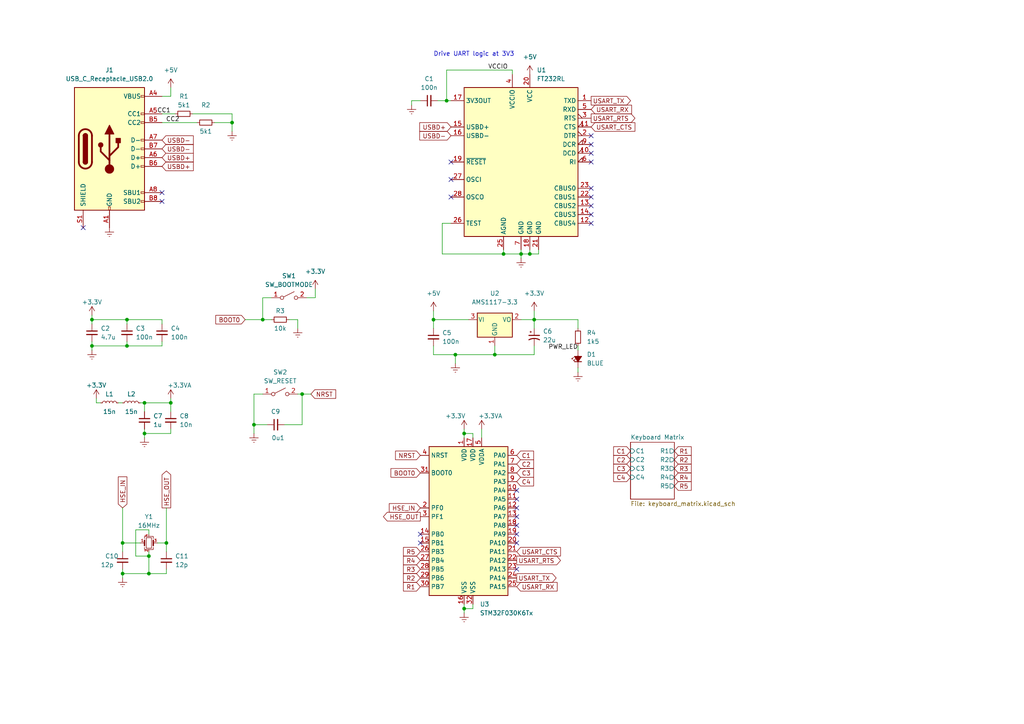
<source format=kicad_sch>
(kicad_sch (version 20211123) (generator eeschema)
  (paper "A4")
  (lib_symbols
    (symbol "Connector:USB_C_Receptacle_USB2.0" (pin_names (offset 1.016))
      (property "Reference" "J" (at -10.16 19.05 0))
      (property "Value" "USB_C_Receptacle_USB2.0" (at 19.05 19.05 0))
      (symbol "USB_C_Receptacle_USB2.0_0_0"
        (rectangle (start -0.254 -17.78) (end 0.254 -16.764))
        (rectangle (start 10.16 -14.986) (end 9.144 -15.494))
        (rectangle (start 10.16 -12.446) (end 9.144 -12.954))
        (rectangle (start 10.16 -4.826) (end 9.144 -5.334))
        (rectangle (start 10.16 -2.286) (end 9.144 -2.794))
        (rectangle (start 10.16 0.254) (end 9.144 -0.254))
        (rectangle (start 10.16 2.794) (end 9.144 2.286))
        (rectangle (start 10.16 7.874) (end 9.144 7.366))
        (rectangle (start 10.16 10.414) (end 9.144 9.906))
        (rectangle (start 10.16 15.494) (end 9.144 14.986))
      )
      (symbol "USB_C_Receptacle_USB2.0_0_1"
        (rectangle (start -10.16 17.78) (end 10.16 -17.78) (stroke (width 0.254)) (fill (type background)))
        (arc (start -8.89 -3.81) (mid -6.985 -5.715) (end -5.08 -3.81) (stroke (width 0.508)))
        (arc (start -7.62 -3.81) (mid -6.985 -4.445) (end -6.35 -3.81) (stroke (width 0.254)))
        (arc (start -7.62 -3.81) (mid -6.985 -4.445) (end -6.35 -3.81) (stroke (width 0.254)) (fill (type outline)))
        (rectangle (start -7.62 -3.81) (end -6.35 3.81) (stroke (width 0.254)) (fill (type outline)))
        (arc (start -6.35 3.81) (mid -6.985 4.445) (end -7.62 3.81) (stroke (width 0.254)))
        (arc (start -6.35 3.81) (mid -6.985 4.445) (end -7.62 3.81) (stroke (width 0.254)) (fill (type outline)))
        (arc (start -5.08 3.81) (mid -6.985 5.715) (end -8.89 3.81) (stroke (width 0.508)))
        (circle (center -2.54 1.143) (radius 0.635) (stroke (width 0.254)) (fill (type outline)))
        (circle (center 0 -5.842) (radius 1.27) (fill (type outline)))
        (polyline (pts (xy -8.89 -3.81) (xy -8.89 3.81)) (stroke (width 0.508)))
        (polyline (pts (xy -5.08 3.81) (xy -5.08 -3.81)) (stroke (width 0.508)))
        (polyline (pts (xy 0 -5.842) (xy 0 4.318)) (stroke (width 0.508)))
        (polyline (pts (xy 0 -3.302) (xy -2.54 -0.762) (xy -2.54 0.508)) (stroke (width 0.508)))
        (polyline (pts (xy 0 -2.032) (xy 2.54 0.508) (xy 2.54 1.778)) (stroke (width 0.508)))
        (polyline (pts (xy -1.27 4.318) (xy 0 6.858) (xy 1.27 4.318) (xy -1.27 4.318)) (stroke (width 0.254)) (fill (type outline)))
        (rectangle (start 1.905 1.778) (end 3.175 3.048) (stroke (width 0.254)) (fill (type outline)))
      )
      (symbol "USB_C_Receptacle_USB2.0_1_1"
        (pin passive line (at 0 -22.86 90) (length 5.08) (name "GND") (number "A1"))
        (pin passive line (at 0 -22.86 90) (length 5.08) hide (name "GND") (number "A12"))
        (pin passive line (at 15.24 15.24 180) (length 5.08) (name "VBUS") (number "A4"))
        (pin bidirectional line (at 15.24 10.16 180) (length 5.08) (name "CC1") (number "A5"))
        (pin bidirectional line (at 15.24 -2.54 180) (length 5.08) (name "D+") (number "A6"))
        (pin bidirectional line (at 15.24 2.54 180) (length 5.08) (name "D-") (number "A7"))
        (pin bidirectional line (at 15.24 -12.7 180) (length 5.08) (name "SBU1") (number "A8"))
        (pin passive line (at 15.24 15.24 180) (length 5.08) hide (name "VBUS") (number "A9"))
        (pin passive line (at 0 -22.86 90) (length 5.08) hide (name "GND") (number "B1"))
        (pin passive line (at 0 -22.86 90) (length 5.08) hide (name "GND") (number "B12"))
        (pin passive line (at 15.24 15.24 180) (length 5.08) hide (name "VBUS") (number "B4"))
        (pin bidirectional line (at 15.24 7.62 180) (length 5.08) (name "CC2") (number "B5"))
        (pin bidirectional line (at 15.24 -5.08 180) (length 5.08) (name "D+") (number "B6"))
        (pin bidirectional line (at 15.24 0 180) (length 5.08) (name "D-") (number "B7"))
        (pin bidirectional line (at 15.24 -15.24 180) (length 5.08) (name "SBU2") (number "B8"))
        (pin passive line (at 15.24 15.24 180) (length 5.08) hide (name "VBUS") (number "B9"))
        (pin passive line (at -7.62 -22.86 90) (length 5.08) (name "SHIELD") (number "S1"))
      )
    )
    (symbol "Device:C_Polarized_Small_US" (pin_numbers hide) (pin_names (offset 0.254) hide)
      (property "Reference" "C" (at 0.254 1.778 0))
      (property "Value" "C_Polarized_Small_US" (at 0.254 -2.032 0))
      (symbol "C_Polarized_Small_US_0_1"
        (polyline (pts (xy -1.524 0.508) (xy 1.524 0.508)) (stroke (width 0.3048)))
        (polyline (pts (xy -1.27 1.524) (xy -0.762 1.524)))
        (polyline (pts (xy -1.016 1.27) (xy -1.016 1.778)))
        (arc (start 1.524 -0.762) (mid 0 -0.3734) (end -1.524 -0.762) (stroke (width 0.3048)))
      )
      (symbol "C_Polarized_Small_US_1_1"
        (pin passive line (at 0 2.54 270) (length 2.032) (name "~") (number "1"))
        (pin passive line (at 0 -2.54 90) (length 2.032) (name "~") (number "2"))
      )
    )
    (symbol "Device:C_Small" (pin_numbers hide) (pin_names (offset 0.254) hide)
      (property "Reference" "C" (at 0.254 1.778 0))
      (property "Value" "C_Small" (at 0.254 -2.032 0))
      (symbol "C_Small_0_1"
        (polyline (pts (xy -1.524 -0.508) (xy 1.524 -0.508)) (stroke (width 0.3302)))
        (polyline (pts (xy -1.524 0.508) (xy 1.524 0.508)) (stroke (width 0.3048)))
      )
      (symbol "C_Small_1_1"
        (pin passive line (at 0 2.54 270) (length 2.032) (name "~") (number "1"))
        (pin passive line (at 0 -2.54 90) (length 2.032) (name "~") (number "2"))
      )
    )
    (symbol "Device:Crystal_GND24_Small" (pin_names (offset 1.016) hide)
      (property "Reference" "Y" (at 1.27 4.445 0))
      (property "Value" "Crystal_GND24_Small" (at 1.27 2.54 0))
      (symbol "Crystal_GND24_Small_0_1"
        (rectangle (start -0.762 -1.524) (end 0.762 1.524))
        (polyline (pts (xy -1.27 -0.762) (xy -1.27 0.762)) (stroke (width 0.381)))
        (polyline (pts (xy 1.27 -0.762) (xy 1.27 0.762)) (stroke (width 0.381)))
        (polyline (pts (xy -1.27 -1.27) (xy -1.27 -1.905) (xy 1.27 -1.905) (xy 1.27 -1.27)))
        (polyline (pts (xy -1.27 1.27) (xy -1.27 1.905) (xy 1.27 1.905) (xy 1.27 1.27)))
      )
      (symbol "Crystal_GND24_Small_1_1"
        (pin passive line (at -2.54 0 0) (length 1.27) (name "1") (number "1"))
        (pin passive line (at 0 -2.54 90) (length 0.635) (name "2") (number "2"))
        (pin passive line (at 2.54 0 180) (length 1.27) (name "3") (number "3"))
        (pin passive line (at 0 2.54 270) (length 0.635) (name "4") (number "4"))
      )
    )
    (symbol "Device:LED_Small_Filled" (pin_numbers hide) (pin_names (offset 0.254) hide)
      (property "Reference" "D" (at -1.27 3.175 0))
      (property "Value" "LED_Small_Filled" (at -4.445 -2.54 0))
      (symbol "LED_Small_Filled_0_1"
        (polyline (pts (xy -0.762 -1.016) (xy -0.762 1.016)) (stroke (width 0.254)))
        (polyline (pts (xy 1.016 0) (xy -0.762 0)))
        (polyline (pts (xy 0.762 -1.016) (xy -0.762 0) (xy 0.762 1.016) (xy 0.762 -1.016)) (stroke (width 0.254)) (fill (type outline)))
        (polyline (pts (xy 0 0.762) (xy -0.508 1.27) (xy -0.254 1.27) (xy -0.508 1.27) (xy -0.508 1.016)))
        (polyline (pts (xy 0.508 1.27) (xy 0 1.778) (xy 0.254 1.778) (xy 0 1.778) (xy 0 1.524)))
      )
      (symbol "LED_Small_Filled_1_1"
        (pin passive line (at -2.54 0 0) (length 1.778) (name "K") (number "1"))
        (pin passive line (at 2.54 0 180) (length 1.778) (name "A") (number "2"))
      )
    )
    (symbol "Device:L_Small" (pin_numbers hide) (pin_names (offset 0.254) hide)
      (property "Reference" "L" (at 0.762 1.016 0))
      (property "Value" "L_Small" (at 0.762 -1.016 0))
      (symbol "L_Small_0_1"
        (arc (start 0 -2.032) (mid 0.508 -1.524) (end 0 -1.016))
        (arc (start 0 -1.016) (mid 0.508 -0.508) (end 0 0))
        (arc (start 0 0) (mid 0.508 0.508) (end 0 1.016))
        (arc (start 0 1.016) (mid 0.508 1.524) (end 0 2.032))
      )
      (symbol "L_Small_1_1"
        (pin passive line (at 0 2.54 270) (length 0.508) (name "~") (number "1"))
        (pin passive line (at 0 -2.54 90) (length 0.508) (name "~") (number "2"))
      )
    )
    (symbol "Device:R_Small" (pin_numbers hide) (pin_names (offset 0.254) hide)
      (property "Reference" "R" (at 0.762 0.508 0))
      (property "Value" "R_Small" (at 0.762 -1.016 0))
      (symbol "R_Small_0_1"
        (rectangle (start -0.762 1.778) (end 0.762 -1.778) (stroke (width 0.2032)))
      )
      (symbol "R_Small_1_1"
        (pin passive line (at 0 2.54 270) (length 0.762) (name "~") (number "1"))
        (pin passive line (at 0 -2.54 90) (length 0.762) (name "~") (number "2"))
      )
    )
    (symbol "Interface_USB:FT232RL"
      (property "Reference" "U" (at -16.51 22.86 0))
      (property "Value" "FT232RL" (at 10.16 22.86 0))
      (symbol "FT232RL_0_1"
        (rectangle (start -16.51 21.59) (end 16.51 -21.59) (stroke (width 0.254)) (fill (type background)))
      )
      (symbol "FT232RL_1_1"
        (pin output line (at 20.32 17.78 180) (length 3.81) (name "TXD") (number "1"))
        (pin input input_low (at 20.32 2.54 180) (length 3.81) (name "DCD") (number "10"))
        (pin input input_low (at 20.32 10.16 180) (length 3.81) (name "CTS") (number "11"))
        (pin bidirectional line (at 20.32 -17.78 180) (length 3.81) (name "CBUS4") (number "12"))
        (pin bidirectional line (at 20.32 -12.7 180) (length 3.81) (name "CBUS2") (number "13"))
        (pin bidirectional line (at 20.32 -15.24 180) (length 3.81) (name "CBUS3") (number "14"))
        (pin bidirectional line (at -20.32 10.16 0) (length 3.81) (name "USBD+") (number "15"))
        (pin bidirectional line (at -20.32 7.62 0) (length 3.81) (name "USBD-") (number "16"))
        (pin power_out line (at -20.32 17.78 0) (length 3.81) (name "3V3OUT") (number "17"))
        (pin power_in line (at 2.54 -25.4 90) (length 3.81) (name "GND") (number "18"))
        (pin input line (at -20.32 0 0) (length 3.81) (name "~{RESET}") (number "19"))
        (pin output output_low (at 20.32 7.62 180) (length 3.81) (name "DTR") (number "2"))
        (pin power_in line (at 2.54 25.4 270) (length 3.81) (name "VCC") (number "20"))
        (pin power_in line (at 5.08 -25.4 90) (length 3.81) (name "GND") (number "21"))
        (pin bidirectional line (at 20.32 -10.16 180) (length 3.81) (name "CBUS1") (number "22"))
        (pin bidirectional line (at 20.32 -7.62 180) (length 3.81) (name "CBUS0") (number "23"))
        (pin power_in line (at -5.08 -25.4 90) (length 3.81) (name "AGND") (number "25"))
        (pin input line (at -20.32 -17.78 0) (length 3.81) (name "TEST") (number "26"))
        (pin input line (at -20.32 -5.08 0) (length 3.81) (name "OSCI") (number "27"))
        (pin output line (at -20.32 -10.16 0) (length 3.81) (name "OSCO") (number "28"))
        (pin output output_low (at 20.32 12.7 180) (length 3.81) (name "RTS") (number "3"))
        (pin power_in line (at -2.54 25.4 270) (length 3.81) (name "VCCIO") (number "4"))
        (pin input line (at 20.32 15.24 180) (length 3.81) (name "RXD") (number "5"))
        (pin input input_low (at 20.32 0 180) (length 3.81) (name "RI") (number "6"))
        (pin power_in line (at 0 -25.4 90) (length 3.81) (name "GND") (number "7"))
        (pin input input_low (at 20.32 5.08 180) (length 3.81) (name "DCR") (number "9"))
      )
    )
    (symbol "MCU_ST_STM32F0:STM32F030K6Tx"
      (property "Reference" "U" (at -12.7 21.59 0))
      (property "Value" "STM32F030K6Tx" (at 5.08 21.59 0))
      (symbol "STM32F030K6Tx_0_1"
        (rectangle (start -12.7 -22.86) (end 10.16 20.32) (stroke (width 0.254)) (fill (type background)))
      )
      (symbol "STM32F030K6Tx_1_1"
        (pin power_in line (at -2.54 22.86 270) (length 2.54) (name "VDD") (number "1"))
        (pin bidirectional line (at 12.7 7.62 180) (length 2.54) (name "PA4") (number "10"))
        (pin bidirectional line (at 12.7 5.08 180) (length 2.54) (name "PA5") (number "11"))
        (pin bidirectional line (at 12.7 2.54 180) (length 2.54) (name "PA6") (number "12"))
        (pin bidirectional line (at 12.7 0 180) (length 2.54) (name "PA7") (number "13"))
        (pin bidirectional line (at -15.24 -5.08 0) (length 2.54) (name "PB0") (number "14"))
        (pin bidirectional line (at -15.24 -7.62 0) (length 2.54) (name "PB1") (number "15"))
        (pin power_in line (at -2.54 -25.4 90) (length 2.54) (name "VSS") (number "16"))
        (pin power_in line (at 0 22.86 270) (length 2.54) (name "VDD") (number "17"))
        (pin bidirectional line (at 12.7 -2.54 180) (length 2.54) (name "PA8") (number "18"))
        (pin bidirectional line (at 12.7 -5.08 180) (length 2.54) (name "PA9") (number "19"))
        (pin input line (at -15.24 2.54 0) (length 2.54) (name "PF0") (number "2"))
        (pin bidirectional line (at 12.7 -7.62 180) (length 2.54) (name "PA10") (number "20"))
        (pin bidirectional line (at 12.7 -10.16 180) (length 2.54) (name "PA11") (number "21"))
        (pin bidirectional line (at 12.7 -12.7 180) (length 2.54) (name "PA12") (number "22"))
        (pin bidirectional line (at 12.7 -15.24 180) (length 2.54) (name "PA13") (number "23"))
        (pin bidirectional line (at 12.7 -17.78 180) (length 2.54) (name "PA14") (number "24"))
        (pin bidirectional line (at 12.7 -20.32 180) (length 2.54) (name "PA15") (number "25"))
        (pin bidirectional line (at -15.24 -10.16 0) (length 2.54) (name "PB3") (number "26"))
        (pin bidirectional line (at -15.24 -12.7 0) (length 2.54) (name "PB4") (number "27"))
        (pin bidirectional line (at -15.24 -15.24 0) (length 2.54) (name "PB5") (number "28"))
        (pin bidirectional line (at -15.24 -17.78 0) (length 2.54) (name "PB6") (number "29"))
        (pin input line (at -15.24 0 0) (length 2.54) (name "PF1") (number "3"))
        (pin bidirectional line (at -15.24 -20.32 0) (length 2.54) (name "PB7") (number "30"))
        (pin input line (at -15.24 12.7 0) (length 2.54) (name "BOOT0") (number "31"))
        (pin power_in line (at 0 -25.4 90) (length 2.54) (name "VSS") (number "32"))
        (pin input line (at -15.24 17.78 0) (length 2.54) (name "NRST") (number "4"))
        (pin power_in line (at 2.54 22.86 270) (length 2.54) (name "VDDA") (number "5"))
        (pin bidirectional line (at 12.7 17.78 180) (length 2.54) (name "PA0") (number "6"))
        (pin bidirectional line (at 12.7 15.24 180) (length 2.54) (name "PA1") (number "7"))
        (pin bidirectional line (at 12.7 12.7 180) (length 2.54) (name "PA2") (number "8"))
        (pin bidirectional line (at 12.7 10.16 180) (length 2.54) (name "PA3") (number "9"))
      )
    )
    (symbol "Regulator_Linear:AMS1117-3.3" (pin_names (offset 0.254))
      (property "Reference" "U" (at -3.81 3.175 0))
      (property "Value" "AMS1117-3.3" (at 0 3.175 0))
      (symbol "AMS1117-3.3_0_1"
        (rectangle (start -5.08 -5.08) (end 5.08 1.905) (stroke (width 0.254)) (fill (type background)))
      )
      (symbol "AMS1117-3.3_1_1"
        (pin power_in line (at 0 -7.62 90) (length 2.54) (name "GND") (number "1"))
        (pin power_out line (at 7.62 0 180) (length 2.54) (name "VO") (number "2"))
        (pin power_in line (at -7.62 0 0) (length 2.54) (name "VI") (number "3"))
      )
    )
    (symbol "Switch:SW_SPST" (pin_names (offset 0) hide)
      (property "Reference" "SW" (at 0 3.175 0))
      (property "Value" "SW_SPST" (at 0 -2.54 0))
      (symbol "SW_SPST_0_0"
        (circle (center -2.032 0) (radius 0.508))
        (polyline (pts (xy -1.524 0.254) (xy 1.524 1.778)))
        (circle (center 2.032 0) (radius 0.508))
      )
      (symbol "SW_SPST_1_1"
        (pin passive line (at -5.08 0 0) (length 2.54) (name "A") (number "1"))
        (pin passive line (at 5.08 0 180) (length 2.54) (name "B") (number "2"))
      )
    )
    (symbol "power:+3.3V" (power) (pin_names (offset 0))
      (property "Value" "+3.3V" (at 0 3.556 0))
      (symbol "+3.3V_0_1"
        (polyline (pts (xy -0.762 1.27) (xy 0 2.54)))
        (polyline (pts (xy 0 0) (xy 0 2.54)))
        (polyline (pts (xy 0 2.54) (xy 0.762 1.27)))
      )
      (symbol "+3.3V_1_1"
        (pin power_in line (at 0 0 90) (length 0) hide (name "+3.3V") (number "1"))
      )
    )
    (symbol "power:+3.3VA" (power) (pin_names (offset 0))
      (property "Value" "+3.3VA" (at 0 3.556 0))
      (symbol "+3.3VA_0_1"
        (polyline (pts (xy -0.762 1.27) (xy 0 2.54)))
        (polyline (pts (xy 0 0) (xy 0 2.54)))
        (polyline (pts (xy 0 2.54) (xy 0.762 1.27)))
      )
      (symbol "+3.3VA_1_1"
        (pin power_in line (at 0 0 90) (length 0) hide (name "+3.3VA") (number "1"))
      )
    )
    (symbol "power:+5V" (power) (pin_names (offset 0))
      (property "Value" "+5V" (at 0 3.556 0))
      (symbol "+5V_0_1"
        (polyline (pts (xy -0.762 1.27) (xy 0 2.54)))
        (polyline (pts (xy 0 0) (xy 0 2.54)))
        (polyline (pts (xy 0 2.54) (xy 0.762 1.27)))
      )
      (symbol "+5V_1_1"
        (pin power_in line (at 0 0 90) (length 0) hide (name "+5V") (number "1"))
      )
    )
    (symbol "power:Earth" (power) (pin_names (offset 0))
      (symbol "Earth_0_1"
        (polyline (pts (xy -0.635 -1.905) (xy 0.635 -1.905)))
        (polyline (pts (xy -0.127 -2.54) (xy 0.127 -2.54)))
        (polyline (pts (xy 0 -1.27) (xy 0 0)))
        (polyline (pts (xy 1.27 -1.27) (xy -1.27 -1.27)))
      )
      (symbol "Earth_1_1"
        (pin power_in line (at 0 0 270) (length 0) hide (name "Earth") (number "1"))
      )
    )
  )
  (junction (at 67.31 35.56))
  (junction (at 36.83 100.33))
  (junction (at 154.94 92.71))
  (junction (at 43.18 161.29))
  (junction (at 129.54 29.21))
  (junction (at 143.51 102.87))
  (junction (at 48.26 157.48))
  (junction (at 76.2 92.71))
  (junction (at 132.08 102.87))
  (junction (at 49.53 116.84))
  (junction (at 35.56 157.48))
  (junction (at 125.73 92.71))
  (junction (at 26.67 92.71))
  (junction (at 153.67 73.66))
  (junction (at 146.05 73.66))
  (junction (at 43.18 166.37))
  (junction (at 87.63 114.3))
  (junction (at 35.56 166.37))
  (junction (at 41.91 125.73))
  (junction (at 73.66 123.19))
  (junction (at 151.13 73.66))
  (junction (at 134.62 176.53))
  (junction (at 41.91 116.84))
  (junction (at 36.83 92.71))
  (junction (at 134.62 125.73))
  (junction (at 26.67 100.33))
  (no_connect (at 46.99 58.42))
  (no_connect (at 46.99 55.88))
  (no_connect (at 130.81 57.15))
  (no_connect (at 130.81 46.99))
  (no_connect (at 130.81 52.07))
  (no_connect (at 171.45 44.45))
  (no_connect (at 171.45 46.99))
  (no_connect (at 171.45 39.37))
  (no_connect (at 171.45 41.91))
  (no_connect (at 171.45 62.23))
  (no_connect (at 171.45 59.69))
  (no_connect (at 171.45 64.77))
  (no_connect (at 171.45 57.15))
  (no_connect (at 171.45 54.61))
  (no_connect (at 121.92 157.48))
  (no_connect (at 121.92 154.94))
  (no_connect (at 149.86 142.24))
  (no_connect (at 149.86 144.78))
  (no_connect (at 149.86 147.32))
  (no_connect (at 149.86 149.86))
  (no_connect (at 149.86 152.4))
  (no_connect (at 149.86 154.94))
  (no_connect (at 149.86 157.48))
  (no_connect (at 149.86 165.1))
  (no_connect (at 24.13 66.04))
  (wire (pts (xy 49.53 116.84) (xy 49.53 119.38)))
  (wire (pts (xy 39.37 161.29) (xy 43.18 161.29)))
  (wire (pts (xy 125.73 100.33) (xy 125.73 102.87)))
  (wire (pts (xy 73.66 123.19) (xy 77.47 123.19)))
  (wire (pts (xy 41.91 124.46) (xy 41.91 125.73)))
  (wire (pts (xy 128.27 64.77) (xy 128.27 73.66)))
  (wire (pts (xy 134.62 125.73) (xy 134.62 127)))
  (wire (pts (xy 128.27 73.66) (xy 146.05 73.66)))
  (wire (pts (xy 127 29.21) (xy 129.54 29.21)))
  (wire (pts (xy 35.56 157.48) (xy 35.56 160.02)))
  (wire (pts (xy 41.91 116.84) (xy 41.91 119.38)))
  (wire (pts (xy 49.53 27.94) (xy 46.99 27.94)))
  (wire (pts (xy 167.64 106.68) (xy 167.64 107.95)))
  (wire (pts (xy 49.53 125.73) (xy 41.91 125.73)))
  (wire (pts (xy 36.83 92.71) (xy 46.99 92.71)))
  (wire (pts (xy 73.66 114.3) (xy 76.2 114.3)))
  (wire (pts (xy 151.13 73.66) (xy 151.13 72.39)))
  (wire (pts (xy 137.16 125.73) (xy 134.62 125.73)))
  (wire (pts (xy 43.18 153.67) (xy 39.37 153.67)))
  (wire (pts (xy 154.94 92.71) (xy 151.13 92.71)))
  (wire (pts (xy 35.56 147.32) (xy 35.56 157.48)))
  (wire (pts (xy 48.26 166.37) (xy 43.18 166.37)))
  (wire (pts (xy 146.05 73.66) (xy 151.13 73.66)))
  (wire (pts (xy 88.9 86.36) (xy 91.44 86.36)))
  (wire (pts (xy 67.31 35.56) (xy 67.31 38.1)))
  (wire (pts (xy 48.26 147.32) (xy 48.26 157.48)))
  (wire (pts (xy 46.99 99.06) (xy 46.99 100.33)))
  (wire (pts (xy 55.88 33.02) (xy 67.31 33.02)))
  (wire (pts (xy 34.29 116.84) (xy 35.56 116.84)))
  (wire (pts (xy 148.59 20.32) (xy 148.59 21.59)))
  (wire (pts (xy 137.16 127) (xy 137.16 125.73)))
  (wire (pts (xy 35.56 157.48) (xy 40.64 157.48)))
  (wire (pts (xy 76.2 86.36) (xy 76.2 92.71)))
  (wire (pts (xy 125.73 92.71) (xy 125.73 95.25)))
  (wire (pts (xy 41.91 125.73) (xy 41.91 127)))
  (wire (pts (xy 26.67 100.33) (xy 26.67 101.6)))
  (wire (pts (xy 35.56 165.1) (xy 35.56 166.37)))
  (wire (pts (xy 41.91 116.84) (xy 49.53 116.84)))
  (wire (pts (xy 132.08 102.87) (xy 132.08 105.41)))
  (wire (pts (xy 132.08 102.87) (xy 143.51 102.87)))
  (wire (pts (xy 167.64 92.71) (xy 154.94 92.71)))
  (wire (pts (xy 83.82 92.71) (xy 86.36 92.71)))
  (wire (pts (xy 36.83 92.71) (xy 36.83 93.98)))
  (wire (pts (xy 87.63 114.3) (xy 90.17 114.3)))
  (wire (pts (xy 82.55 123.19) (xy 87.63 123.19)))
  (wire (pts (xy 49.53 115.57) (xy 49.53 116.84)))
  (wire (pts (xy 48.26 165.1) (xy 48.26 166.37)))
  (wire (pts (xy 156.21 73.66) (xy 153.67 73.66)))
  (wire (pts (xy 156.21 72.39) (xy 156.21 73.66)))
  (wire (pts (xy 26.67 91.44) (xy 26.67 92.71)))
  (wire (pts (xy 49.53 124.46) (xy 49.53 125.73)))
  (wire (pts (xy 26.67 99.06) (xy 26.67 100.33)))
  (wire (pts (xy 35.56 166.37) (xy 35.56 167.64)))
  (wire (pts (xy 137.16 176.53) (xy 134.62 176.53)))
  (wire (pts (xy 46.99 92.71) (xy 46.99 93.98)))
  (wire (pts (xy 46.99 35.56) (xy 57.15 35.56)))
  (wire (pts (xy 137.16 175.26) (xy 137.16 176.53)))
  (wire (pts (xy 43.18 154.94) (xy 43.18 153.67)))
  (wire (pts (xy 67.31 33.02) (xy 67.31 35.56)))
  (wire (pts (xy 167.64 100.33) (xy 167.64 101.6)))
  (wire (pts (xy 129.54 20.32) (xy 148.59 20.32)))
  (wire (pts (xy 143.51 102.87) (xy 154.94 102.87)))
  (wire (pts (xy 125.73 90.17) (xy 125.73 92.71)))
  (wire (pts (xy 36.83 100.33) (xy 26.67 100.33)))
  (wire (pts (xy 153.67 72.39) (xy 153.67 73.66)))
  (wire (pts (xy 125.73 102.87) (xy 132.08 102.87)))
  (wire (pts (xy 119.38 30.48) (xy 119.38 29.21)))
  (wire (pts (xy 134.62 175.26) (xy 134.62 176.53)))
  (wire (pts (xy 46.99 33.02) (xy 50.8 33.02)))
  (wire (pts (xy 73.66 125.73) (xy 73.66 123.19)))
  (wire (pts (xy 46.99 100.33) (xy 36.83 100.33)))
  (wire (pts (xy 167.64 95.25) (xy 167.64 92.71)))
  (wire (pts (xy 86.36 114.3) (xy 87.63 114.3)))
  (wire (pts (xy 135.89 92.71) (xy 125.73 92.71)))
  (wire (pts (xy 40.64 116.84) (xy 41.91 116.84)))
  (wire (pts (xy 48.26 160.02) (xy 48.26 157.48)))
  (wire (pts (xy 26.67 93.98) (xy 26.67 92.71)))
  (wire (pts (xy 26.67 92.71) (xy 36.83 92.71)))
  (wire (pts (xy 27.94 115.57) (xy 27.94 116.84)))
  (wire (pts (xy 48.26 157.48) (xy 45.72 157.48)))
  (wire (pts (xy 119.38 29.21) (xy 121.92 29.21)))
  (wire (pts (xy 27.94 116.84) (xy 29.21 116.84)))
  (wire (pts (xy 35.56 166.37) (xy 43.18 166.37)))
  (wire (pts (xy 130.81 64.77) (xy 128.27 64.77)))
  (wire (pts (xy 71.12 92.71) (xy 76.2 92.71)))
  (wire (pts (xy 153.67 73.66) (xy 151.13 73.66)))
  (wire (pts (xy 49.53 25.4) (xy 49.53 27.94)))
  (wire (pts (xy 86.36 95.25) (xy 86.36 92.71)))
  (wire (pts (xy 87.63 123.19) (xy 87.63 114.3)))
  (wire (pts (xy 146.05 72.39) (xy 146.05 73.66)))
  (wire (pts (xy 39.37 153.67) (xy 39.37 161.29)))
  (wire (pts (xy 143.51 102.87) (xy 143.51 100.33)))
  (wire (pts (xy 134.62 124.46) (xy 134.62 125.73)))
  (wire (pts (xy 134.62 176.53) (xy 134.62 177.8)))
  (wire (pts (xy 76.2 92.71) (xy 78.74 92.71)))
  (wire (pts (xy 91.44 86.36) (xy 91.44 83.82)))
  (wire (pts (xy 154.94 90.17) (xy 154.94 92.71)))
  (wire (pts (xy 78.74 86.36) (xy 76.2 86.36)))
  (wire (pts (xy 151.13 73.66) (xy 151.13 74.93)))
  (wire (pts (xy 139.7 124.46) (xy 139.7 127)))
  (wire (pts (xy 154.94 102.87) (xy 154.94 100.33)))
  (wire (pts (xy 73.66 123.19) (xy 73.66 114.3)))
  (wire (pts (xy 154.94 95.25) (xy 154.94 92.71)))
  (wire (pts (xy 43.18 161.29) (xy 43.18 166.37)))
  (wire (pts (xy 43.18 160.02) (xy 43.18 161.29)))
  (wire (pts (xy 62.23 35.56) (xy 67.31 35.56)))
  (wire (pts (xy 129.54 29.21) (xy 129.54 20.32)))
  (wire (pts (xy 130.81 29.21) (xy 129.54 29.21)))
  (wire (pts (xy 36.83 99.06) (xy 36.83 100.33)))
  (text "Drive UART logic at 3V3" (at 125.73 16.51 0) (effects (font (size 1.27 1.27)) (justify left bottom)))
  (label "CC2" (at 52.07 35.56 180))
  (label "CC1" (at 49.53 33.02 180))
  (label "PWR_LED" (at 167.64 101.6 180))
  (label "VCCIO" (at 147.32 20.32 180))
  (global_label "USART_RTS" (shape output) (at 171.45 34.29 0) (property "Intersheet References" "${INTERSHEET_REFS}" (effects hide)))
  (global_label "HSE_IN" (shape input) (at 35.56 147.32 90) (property "Intersheet References" "${INTERSHEET_REFS}" (effects hide)))
  (global_label "USART_RX" (shape input) (at 149.86 170.18 0) (property "Intersheet References" "${INTERSHEET_REFS}" (effects hide)))
  (global_label "USBD+" (shape input) (at 130.81 36.83 180) (property "Intersheet References" "${INTERSHEET_REFS}" (effects hide)))
  (global_label "C1" (shape input) (at 182.88 130.81 180) (property "Intersheet References" "${INTERSHEET_REFS}" (effects hide)))
  (global_label "BOOT0" (shape input) (at 71.12 92.71 180) (property "Intersheet References" "${INTERSHEET_REFS}" (effects hide)))
  (global_label "C4" (shape input) (at 182.88 138.43 180) (property "Intersheet References" "${INTERSHEET_REFS}" (effects hide)))
  (global_label "C2" (shape input) (at 182.88 133.35 180) (property "Intersheet References" "${INTERSHEET_REFS}" (effects hide)))
  (global_label "USART_CTS" (shape input) (at 171.45 36.83 0) (property "Intersheet References" "${INTERSHEET_REFS}" (effects hide)))
  (global_label "USBD+" (shape input) (at 46.99 48.26 0) (property "Intersheet References" "${INTERSHEET_REFS}" (effects hide)))
  (global_label "R3" (shape input) (at 121.92 165.1 180) (property "Intersheet References" "${INTERSHEET_REFS}" (effects hide)))
  (global_label "C3" (shape input) (at 149.86 137.16 0) (property "Intersheet References" "${INTERSHEET_REFS}" (effects hide)))
  (global_label "R4" (shape input) (at 195.58 138.43 0) (property "Intersheet References" "${INTERSHEET_REFS}" (effects hide)))
  (global_label "R2" (shape input) (at 121.92 167.64 180) (property "Intersheet References" "${INTERSHEET_REFS}" (effects hide)))
  (global_label "HSE_IN" (shape input) (at 121.92 147.32 180) (property "Intersheet References" "${INTERSHEET_REFS}" (effects hide)))
  (global_label "C3" (shape input) (at 182.88 135.89 180) (property "Intersheet References" "${INTERSHEET_REFS}" (effects hide)))
  (global_label "R1" (shape input) (at 121.92 170.18 180) (property "Intersheet References" "${INTERSHEET_REFS}" (effects hide)))
  (global_label "R2" (shape input) (at 195.58 133.35 0) (property "Intersheet References" "${INTERSHEET_REFS}" (effects hide)))
  (global_label "USBD+" (shape input) (at 46.99 45.72 0) (property "Intersheet References" "${INTERSHEET_REFS}" (effects hide)))
  (global_label "R4" (shape input) (at 121.92 162.56 180) (property "Intersheet References" "${INTERSHEET_REFS}" (effects hide)))
  (global_label "R5" (shape input) (at 195.58 140.97 0) (property "Intersheet References" "${INTERSHEET_REFS}" (effects hide)))
  (global_label "BOOT0" (shape input) (at 121.92 137.16 180) (property "Intersheet References" "${INTERSHEET_REFS}" (effects hide)))
  (global_label "HSE_OUT" (shape output) (at 48.26 147.32 90) (property "Intersheet References" "${INTERSHEET_REFS}" (effects hide)))
  (global_label "R1" (shape input) (at 195.58 130.81 0) (property "Intersheet References" "${INTERSHEET_REFS}" (effects hide)))
  (global_label "USART_TX" (shape output) (at 171.45 29.21 0) (property "Intersheet References" "${INTERSHEET_REFS}" (effects hide)))
  (global_label "NRST" (shape input) (at 121.92 132.08 180) (property "Intersheet References" "${INTERSHEET_REFS}" (effects hide)))
  (global_label "USART_TX" (shape output) (at 149.86 167.64 0) (property "Intersheet References" "${INTERSHEET_REFS}" (effects hide)))
  (global_label "C4" (shape input) (at 149.86 139.7 0) (property "Intersheet References" "${INTERSHEET_REFS}" (effects hide)))
  (global_label "C2" (shape input) (at 149.86 134.62 0) (property "Intersheet References" "${INTERSHEET_REFS}" (effects hide)))
  (global_label "USBD-" (shape input) (at 46.99 40.64 0) (property "Intersheet References" "${INTERSHEET_REFS}" (effects hide)))
  (global_label "USART_CTS" (shape input) (at 149.86 160.02 0) (property "Intersheet References" "${INTERSHEET_REFS}" (effects hide)))
  (global_label "USART_RTS" (shape output) (at 149.86 162.56 0) (property "Intersheet References" "${INTERSHEET_REFS}" (effects hide)))
  (global_label "NRST" (shape input) (at 90.17 114.3 0) (property "Intersheet References" "${INTERSHEET_REFS}" (effects hide)))
  (global_label "USBD-" (shape input) (at 46.99 43.18 0) (property "Intersheet References" "${INTERSHEET_REFS}" (effects hide)))
  (global_label "USART_RX" (shape input) (at 171.45 31.75 0) (property "Intersheet References" "${INTERSHEET_REFS}" (effects hide)))
  (global_label "R3" (shape input) (at 195.58 135.89 0) (property "Intersheet References" "${INTERSHEET_REFS}" (effects hide)))
  (global_label "HSE_OUT" (shape output) (at 121.92 149.86 180) (property "Intersheet References" "${INTERSHEET_REFS}" (effects hide)))
  (global_label "C1" (shape input) (at 149.86 132.08 0) (property "Intersheet References" "${INTERSHEET_REFS}" (effects hide)))
  (global_label "USBD-" (shape input) (at 130.81 39.37 180) (property "Intersheet References" "${INTERSHEET_REFS}" (effects hide)))
  (global_label "R5" (shape input) (at 121.92 160.02 180) (property "Intersheet References" "${INTERSHEET_REFS}" (effects hide)))
  (symbol (lib_id "power:Earth") (at 134.62 177.8 0) (unit 1)
    (property "Reference" "#PWR022" (effects hide))
    (property "Value" "Earth" (effects hide))
  )
  (symbol (lib_id "Connector:USB_C_Receptacle_USB2.0") (at 31.75 43.18 0) (unit 1)
    (property "Reference" "J1" (at 31.75 20.32 0))
    (property "Value" "USB_C_Receptacle_USB2.0" (at 31.75 22.86 0))
    (property "Footprint" "Connector_USB:USB_C_Receptacle_HRO_TYPE-C-31-M-12" (effects hide))
    (property "Datasheet" "https://www.usb.org/sites/default/files/documents/usb_type-c.zip" (effects hide))
  )
  (symbol (lib_id "power:Earth") (at 86.36 95.25 0) (unit 1)
    (property "Reference" "#PWR011" (effects hide))
    (property "Value" "Earth" (effects hide))
  )
  (symbol (lib_id "power:+3.3V") (at 154.94 90.17 0) (unit 1)
    (property "Reference" "#PWR09" (effects hide))
    (property "Value" "+3.3V" (at 154.94 85.09 0))
  )
  (symbol (lib_id "Device:C_Small") (at 41.91 121.92 0) (unit 1)
    (property "Reference" "C7" (at 44.45 120.6562 0) (effects (justify left)))
    (property "Value" "1u" (at 44.45 123.1962 0) (effects (justify left)))
    (property "Footprint" "Capacitor_SMD:C_0603_1608Metric" (effects hide))
  )
  (symbol (lib_id "power:+3.3V") (at 91.44 83.82 0) (unit 1)
    (property "Reference" "#PWR07" (effects hide))
    (property "Value" "+3.3V" (at 91.44 78.74 0))
  )
  (symbol (lib_id "Device:L_Small") (at 38.1 116.84 90) (unit 1)
    (property "Reference" "L2" (at 38.1 114.3 90))
    (property "Value" "15n" (at 38.1 119.38 90))
    (property "Footprint" "Inductor_SMD:L_0402_1005Metric" (effects hide))
  )
  (symbol (lib_id "power:+5V") (at 49.53 25.4 0) (unit 1)
    (property "Reference" "#PWR02" (effects hide))
    (property "Value" "+5V" (at 49.53 20.32 0))
  )
  (symbol (lib_id "MCU_ST_STM32F0:STM32F030K6Tx") (at 137.16 149.86 0) (unit 1)
    (property "Reference" "U3" (at 139.1794 175.26 0) (effects (justify left)))
    (property "Value" "STM32F030K6Tx" (at 139.1794 177.8 0) (effects (justify left)))
    (property "Footprint" "Package_QFP:LQFP-32_7x7mm_P0.8mm" (effects hide))
    (property "Datasheet" "http://www.st.com/st-web-ui/static/active/en/resource/technical/document/datasheet/DM00088500.pdf" (effects hide))
  )
  (symbol (lib_id "Switch:SW_SPST") (at 81.28 114.3 0) (unit 1)
    (property "Reference" "SW2" (at 81.28 107.95 0))
    (property "Value" "SW_RESET" (at 81.28 110.49 0))
    (property "Footprint" "Button_Switch_THT:SW_PUSH_6mm" (effects hide))
  )
  (symbol (lib_id "Device:L_Small") (at 31.75 116.84 90) (unit 1)
    (property "Reference" "L1" (at 31.75 114.3 90))
    (property "Value" "15n" (at 31.75 119.38 90))
    (property "Footprint" "Inductor_SMD:L_0402_1005Metric" (effects hide))
  )
  (symbol (lib_id "power:Earth") (at 26.67 101.6 0) (unit 1)
    (property "Reference" "#PWR012" (effects hide))
    (property "Value" "Earth" (effects hide))
  )
  (symbol (lib_id "power:Earth") (at 151.13 74.93 0) (unit 1)
    (property "Reference" "#PWR06" (effects hide))
    (property "Value" "Earth" (effects hide))
  )
  (symbol (lib_id "Device:C_Small") (at 124.46 29.21 90) (unit 1)
    (property "Reference" "C1" (at 124.4663 22.86 90))
    (property "Value" "100n" (at 124.4663 25.4 90))
    (property "Footprint" "Capacitor_SMD:C_0603_1608Metric" (effects hide))
  )
  (symbol (lib_id "Device:R_Small") (at 81.28 92.71 90) (unit 1)
    (property "Reference" "R3" (at 81.28 90.17 90))
    (property "Value" "10k" (at 81.28 95.25 90))
    (property "Footprint" "Resistor_SMD:R_0603_1608Metric" (effects hide))
  )
  (symbol (lib_id "power:+3.3VA") (at 49.53 115.57 0) (unit 1)
    (property "Reference" "#PWR016" (effects hide))
    (property "Value" "+3.3VA" (at 52.07 111.76 0))
  )
  (symbol (lib_id "Device:R_Small") (at 53.34 33.02 90) (unit 1)
    (property "Reference" "R1" (at 53.34 27.94 90))
    (property "Value" "5k1" (at 53.34 30.48 90))
    (property "Footprint" "Resistor_SMD:R_0603_1608Metric" (effects hide))
  )
  (symbol (lib_id "power:+5V") (at 125.73 90.17 0) (unit 1)
    (property "Reference" "#PWR08" (effects hide))
    (property "Value" "+5V" (at 125.73 85.09 0))
  )
  (symbol (lib_id "Device:R_Small") (at 167.64 97.79 0) (unit 1)
    (property "Reference" "R4" (at 170.18 96.5199 0) (effects (justify left)))
    (property "Value" "1k5" (at 170.18 99.0599 0) (effects (justify left)))
    (property "Footprint" "Resistor_SMD:R_0603_1608Metric" (effects hide))
  )
  (symbol (lib_id "Device:Crystal_GND24_Small") (at 43.18 157.48 0) (unit 1)
    (property "Reference" "Y1" (at 43.18 149.86 0))
    (property "Value" "16MHz" (at 43.18 152.4 0))
    (property "Footprint" "Crystal:Crystal_SMD_3225-4Pin_3.2x2.5mm" (effects hide))
  )
  (symbol (lib_id "power:Earth") (at 67.31 38.1 0) (unit 1)
    (property "Reference" "#PWR04" (effects hide))
    (property "Value" "Earth" (effects hide))
  )
  (symbol (lib_id "power:Earth") (at 167.64 107.95 0) (unit 1)
    (property "Reference" "#PWR014" (effects hide))
    (property "Value" "Earth" (effects hide))
  )
  (symbol (lib_id "power:+3.3V") (at 26.67 91.44 0) (unit 1)
    (property "Reference" "#PWR010" (effects hide))
    (property "Value" "+3.3V" (at 26.67 87.63 0))
  )
  (symbol (lib_id "Device:C_Small") (at 80.01 123.19 90) (unit 1)
    (property "Reference" "C9" (at 81.28 119.38 90) (effects (justify left)))
    (property "Value" "0u1" (at 82.55 127 90) (effects (justify left)))
    (property "Footprint" "Capacitor_SMD:C_0603_1608Metric" (effects hide))
  )
  (symbol (lib_id "Regulator_Linear:AMS1117-3.3") (at 143.51 92.71 0) (unit 1)
    (property "Reference" "U2" (at 143.51 85.09 0))
    (property "Value" "AMS1117-3.3" (at 143.51 87.63 0))
    (property "Footprint" "Package_TO_SOT_SMD:SOT-223-3_TabPin2" (effects hide))
    (property "Datasheet" "http://www.advanced-monolithic.com/pdf/ds1117.pdf" (effects hide))
  )
  (symbol (lib_id "Device:C_Small") (at 36.83 96.52 0) (unit 1)
    (property "Reference" "C3" (at 39.37 95.2562 0) (effects (justify left)))
    (property "Value" "100n" (at 39.37 97.7962 0) (effects (justify left)))
    (property "Footprint" "Capacitor_SMD:C_0603_1608Metric" (effects hide))
  )
  (symbol (lib_id "Device:C_Small") (at 125.73 97.79 0) (unit 1)
    (property "Reference" "C5" (at 128.27 96.5262 0) (effects (justify left)))
    (property "Value" "100n" (at 128.27 99.0662 0) (effects (justify left)))
    (property "Footprint" "Capacitor_SMD:C_0603_1608Metric" (effects hide))
  )
  (symbol (lib_id "power:Earth") (at 119.38 30.48 0) (unit 1)
    (property "Reference" "#PWR03" (effects hide))
    (property "Value" "Earth" (effects hide))
  )
  (symbol (lib_id "Device:LED_Small_Filled") (at 167.64 104.14 90) (unit 1)
    (property "Reference" "D1" (at 170.18 102.8064 90) (effects (justify right)))
    (property "Value" "BLUE" (at 170.18 105.3464 90) (effects (justify right)))
    (property "Footprint" "LED_SMD:LED_0603_1608Metric" (effects hide))
  )
  (symbol (lib_id "Interface_USB:FT232RL") (at 151.13 46.99 0) (unit 1)
    (property "Reference" "U1" (at 155.6894 20.32 0) (effects (justify left)))
    (property "Value" "FT232RL" (at 155.6894 22.86 0) (effects (justify left)))
    (property "Footprint" "Package_SO:SSOP-28_5.3x10.2mm_P0.65mm" (effects hide))
    (property "Datasheet" "https://www.ftdichip.com/Support/Documents/DataSheets/ICs/DS_FT232R.pdf" (effects hide))
  )
  (symbol (lib_id "power:+3.3V") (at 27.94 115.57 0) (unit 1)
    (property "Reference" "#PWR015" (effects hide))
    (property "Value" "+3.3V" (at 27.94 111.76 0))
  )
  (symbol (lib_id "Device:C_Polarized_Small_US") (at 154.94 97.79 0) (unit 1)
    (property "Reference" "C6" (at 157.48 96.0881 0) (effects (justify left)))
    (property "Value" "22u" (at 157.48 98.6281 0) (effects (justify left)))
    (property "Footprint" "Capacitor_Tantalum_SMD:CP_EIA-3216-18_Kemet-A" (effects hide))
  )
  (symbol (lib_id "Device:C_Small") (at 35.56 162.56 0) (unit 1)
    (property "Reference" "C10" (at 30.48 161.29 0) (effects (justify left)))
    (property "Value" "12p" (at 29.21 163.83 0) (effects (justify left)))
    (property "Footprint" "Capacitor_SMD:C_0603_1608Metric" (effects hide))
  )
  (symbol (lib_id "Switch:SW_SPST") (at 83.82 86.36 0) (unit 1)
    (property "Reference" "SW1" (at 83.82 80.01 0))
    (property "Value" "SW_BOOTMODE" (at 83.82 82.55 0))
    (property "Footprint" "Button_Switch_THT:SW_PUSH_6mm" (effects hide))
  )
  (symbol (lib_id "Device:C_Small") (at 49.53 121.92 0) (unit 1)
    (property "Reference" "C8" (at 52.07 120.6562 0) (effects (justify left)))
    (property "Value" "10n" (at 52.07 123.19 0) (effects (justify left)))
    (property "Footprint" "Capacitor_SMD:C_0603_1608Metric" (effects hide))
  )
  (symbol (lib_id "Device:C_Small") (at 26.67 96.52 0) (unit 1)
    (property "Reference" "C2" (at 29.21 95.2562 0) (effects (justify left)))
    (property "Value" "4.7u" (at 29.21 97.7962 0) (effects (justify left)))
    (property "Footprint" "Capacitor_SMD:C_0805_2012Metric" (effects hide))
  )
  (symbol (lib_id "power:+3.3VA") (at 139.7 124.46 0) (unit 1)
    (property "Reference" "#PWR018" (effects hide))
    (property "Value" "+3.3VA" (at 142.24 120.65 0))
  )
  (symbol (lib_id "power:+5V") (at 153.67 21.59 0) (unit 1)
    (property "Reference" "#PWR01" (effects hide))
    (property "Value" "+5V" (at 153.67 16.51 0))
  )
  (symbol (lib_id "Device:C_Small") (at 46.99 96.52 0) (unit 1)
    (property "Reference" "C4" (at 49.53 95.2562 0) (effects (justify left)))
    (property "Value" "100n" (at 49.53 97.7962 0) (effects (justify left)))
    (property "Footprint" "Capacitor_SMD:C_0603_1608Metric" (effects hide))
  )
  (symbol (lib_id "Device:C_Small") (at 48.26 162.56 0) (unit 1)
    (property "Reference" "C11" (at 50.8 161.2962 0) (effects (justify left)))
    (property "Value" "12p" (at 50.8 163.83 0) (effects (justify left)))
    (property "Footprint" "Capacitor_SMD:C_0603_1608Metric" (effects hide))
  )
  (symbol (lib_id "power:Earth") (at 35.56 167.64 0) (unit 1)
    (property "Reference" "#PWR021" (effects hide))
    (property "Value" "Earth" (effects hide))
  )
  (symbol (lib_id "power:Earth") (at 73.66 125.73 0) (unit 1)
    (property "Reference" "#PWR019" (effects hide))
    (property "Value" "Earth" (effects hide))
  )
  (symbol (lib_id "Device:R_Small") (at 59.69 35.56 90) (unit 1)
    (property "Reference" "R2" (at 59.69 30.48 90))
    (property "Value" "5k1" (at 59.69 38.1 90))
    (property "Footprint" "Resistor_SMD:R_0603_1608Metric" (effects hide))
  )
  (symbol (lib_id "power:Earth") (at 31.75 66.04 0) (unit 1)
    (property "Reference" "#PWR05" (effects hide))
    (property "Value" "Earth" (effects hide))
  )
  (symbol (lib_id "power:Earth") (at 132.08 105.41 0) (unit 1)
    (property "Reference" "#PWR013" (effects hide))
    (property "Value" "Earth" (effects hide))
  )
  (symbol (lib_id "power:+3.3V") (at 134.62 124.46 0) (unit 1)
    (property "Reference" "#PWR017" (effects hide))
    (property "Value" "+3.3V" (at 132.08 120.65 0))
  )
  (symbol (lib_id "power:Earth") (at 41.91 127 0) (unit 1)
    (property "Reference" "#PWR020" (effects hide))
    (property "Value" "Earth" (effects hide))
  )
  (sheet (at 182.88 128.27) (size 12.7 16.51) (stroke (width 0.1524))
    (property "Sheet name" "Keyboard Matrix" (at 182.88 127.5584 0) (effects (justify left bottom)))
    (property "Sheet file" "keyboard_matrix.kicad_sch" (at 182.88 145.3646 0) (effects (justify left top)))
    (pin "C4" input (at 182.88 138.43 180))
    (pin "C2" input (at 182.88 133.35 180))
    (pin "C3" input (at 182.88 135.89 180))
    (pin "R3" output (at 195.58 135.89 0))
    (pin "R1" output (at 195.58 130.81 0))
    (pin "R2" output (at 195.58 133.35 0))
    (pin "C1" input (at 182.88 130.81 180))
    (pin "R5" output (at 195.58 140.97 0))
    (pin "R4" output (at 195.58 138.43 0))
  )
)
</source>
